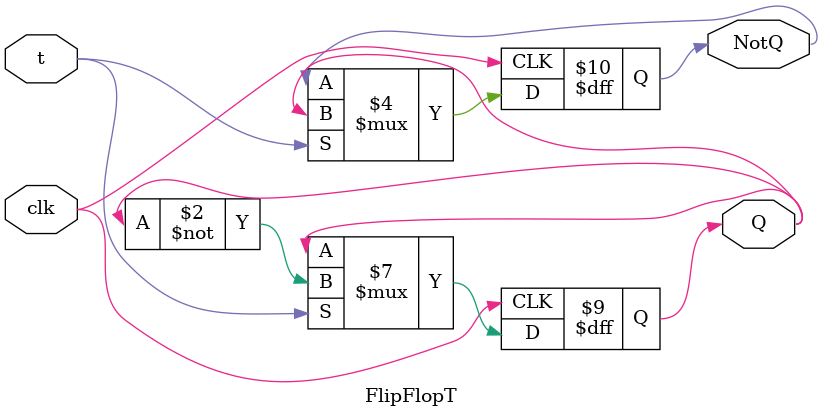
<source format=v>
module FlipFlopT (
  input wire clk,
  input wire t,
  output reg Q,
  output reg NotQ
);

	always @(posedge clk) begin
	if (t) begin
		Q <= ~Q;
		NotQ <= Q;
   end
	else begin
		Q <= Q;
      NotQ <= NotQ;
   end
end

endmodule

</source>
